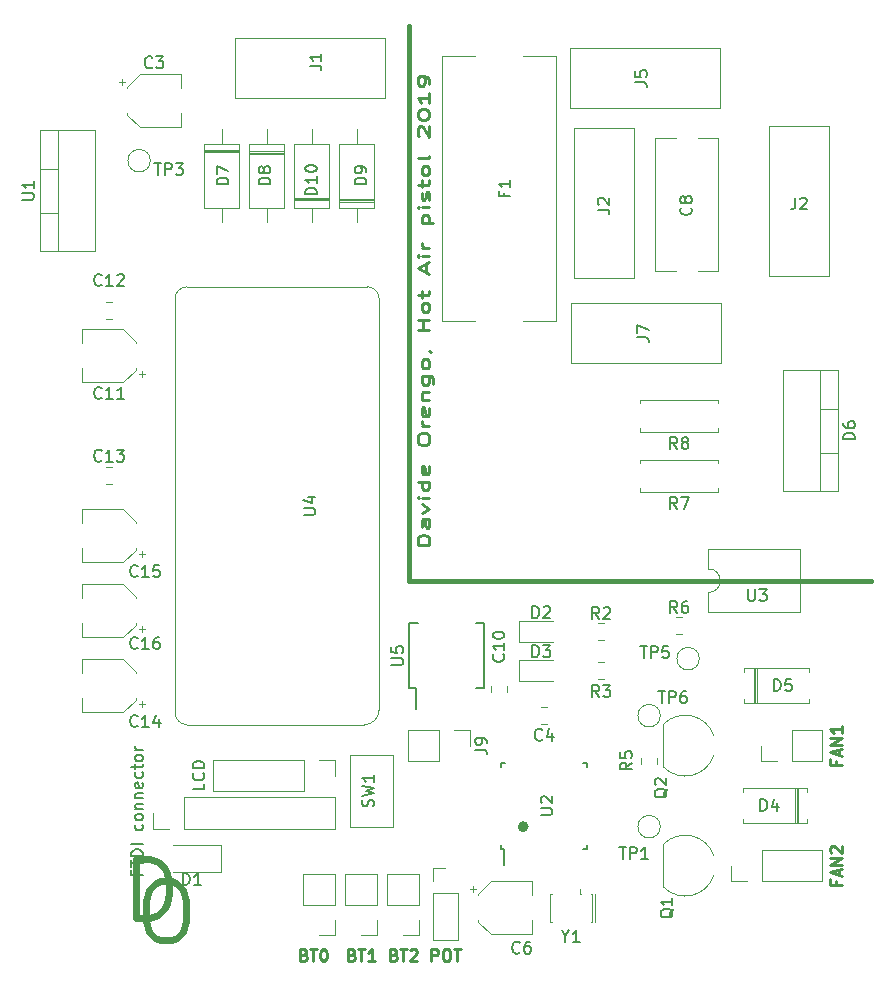
<source format=gbr>
G04 #@! TF.GenerationSoftware,KiCad,Pcbnew,(5.1.5)-3*
G04 #@! TF.CreationDate,2020-05-31T07:49:41+02:00*
G04 #@! TF.ProjectId,hotairpistol,686f7461-6972-4706-9973-746f6c2e6b69,rev?*
G04 #@! TF.SameCoordinates,Original*
G04 #@! TF.FileFunction,Legend,Top*
G04 #@! TF.FilePolarity,Positive*
%FSLAX46Y46*%
G04 Gerber Fmt 4.6, Leading zero omitted, Abs format (unit mm)*
G04 Created by KiCad (PCBNEW (5.1.5)-3) date 2020-05-31 07:49:41*
%MOMM*%
%LPD*%
G04 APERTURE LIST*
%ADD10C,0.250000*%
%ADD11C,0.600000*%
%ADD12C,0.400000*%
%ADD13C,0.120000*%
%ADD14C,0.150000*%
G04 APERTURE END LIST*
D10*
X138406285Y-111688571D02*
X138549142Y-111736190D01*
X138596761Y-111783809D01*
X138644380Y-111879047D01*
X138644380Y-112021904D01*
X138596761Y-112117142D01*
X138549142Y-112164761D01*
X138453904Y-112212380D01*
X138072952Y-112212380D01*
X138072952Y-111212380D01*
X138406285Y-111212380D01*
X138501523Y-111260000D01*
X138549142Y-111307619D01*
X138596761Y-111402857D01*
X138596761Y-111498095D01*
X138549142Y-111593333D01*
X138501523Y-111640952D01*
X138406285Y-111688571D01*
X138072952Y-111688571D01*
X138930095Y-111212380D02*
X139501523Y-111212380D01*
X139215809Y-112212380D02*
X139215809Y-111212380D01*
X140025333Y-111212380D02*
X140120571Y-111212380D01*
X140215809Y-111260000D01*
X140263428Y-111307619D01*
X140311047Y-111402857D01*
X140358666Y-111593333D01*
X140358666Y-111831428D01*
X140311047Y-112021904D01*
X140263428Y-112117142D01*
X140215809Y-112164761D01*
X140120571Y-112212380D01*
X140025333Y-112212380D01*
X139930095Y-112164761D01*
X139882476Y-112117142D01*
X139834857Y-112021904D01*
X139787238Y-111831428D01*
X139787238Y-111593333D01*
X139834857Y-111402857D01*
X139882476Y-111307619D01*
X139930095Y-111260000D01*
X140025333Y-111212380D01*
X183443571Y-95265714D02*
X183443571Y-95599047D01*
X183967380Y-95599047D02*
X182967380Y-95599047D01*
X182967380Y-95122857D01*
X183681666Y-94789523D02*
X183681666Y-94313333D01*
X183967380Y-94884761D02*
X182967380Y-94551428D01*
X183967380Y-94218095D01*
X183967380Y-93884761D02*
X182967380Y-93884761D01*
X183967380Y-93313333D01*
X182967380Y-93313333D01*
X183967380Y-92313333D02*
X183967380Y-92884761D01*
X183967380Y-92599047D02*
X182967380Y-92599047D01*
X183110238Y-92694285D01*
X183205476Y-92789523D01*
X183253095Y-92884761D01*
X183443571Y-105425714D02*
X183443571Y-105759047D01*
X183967380Y-105759047D02*
X182967380Y-105759047D01*
X182967380Y-105282857D01*
X183681666Y-104949523D02*
X183681666Y-104473333D01*
X183967380Y-105044761D02*
X182967380Y-104711428D01*
X183967380Y-104378095D01*
X183967380Y-104044761D02*
X182967380Y-104044761D01*
X183967380Y-103473333D01*
X182967380Y-103473333D01*
X183062619Y-103044761D02*
X183015000Y-102997142D01*
X182967380Y-102901904D01*
X182967380Y-102663809D01*
X183015000Y-102568571D01*
X183062619Y-102520952D01*
X183157857Y-102473333D01*
X183253095Y-102473333D01*
X183395952Y-102520952D01*
X183967380Y-103092380D01*
X183967380Y-102473333D01*
X149201333Y-112212380D02*
X149201333Y-111212380D01*
X149582285Y-111212380D01*
X149677523Y-111260000D01*
X149725142Y-111307619D01*
X149772761Y-111402857D01*
X149772761Y-111545714D01*
X149725142Y-111640952D01*
X149677523Y-111688571D01*
X149582285Y-111736190D01*
X149201333Y-111736190D01*
X150391809Y-111212380D02*
X150582285Y-111212380D01*
X150677523Y-111260000D01*
X150772761Y-111355238D01*
X150820380Y-111545714D01*
X150820380Y-111879047D01*
X150772761Y-112069523D01*
X150677523Y-112164761D01*
X150582285Y-112212380D01*
X150391809Y-112212380D01*
X150296571Y-112164761D01*
X150201333Y-112069523D01*
X150153714Y-111879047D01*
X150153714Y-111545714D01*
X150201333Y-111355238D01*
X150296571Y-111260000D01*
X150391809Y-111212380D01*
X151106095Y-111212380D02*
X151677523Y-111212380D01*
X151391809Y-112212380D02*
X151391809Y-111212380D01*
X146026285Y-111688571D02*
X146169142Y-111736190D01*
X146216761Y-111783809D01*
X146264380Y-111879047D01*
X146264380Y-112021904D01*
X146216761Y-112117142D01*
X146169142Y-112164761D01*
X146073904Y-112212380D01*
X145692952Y-112212380D01*
X145692952Y-111212380D01*
X146026285Y-111212380D01*
X146121523Y-111260000D01*
X146169142Y-111307619D01*
X146216761Y-111402857D01*
X146216761Y-111498095D01*
X146169142Y-111593333D01*
X146121523Y-111640952D01*
X146026285Y-111688571D01*
X145692952Y-111688571D01*
X146550095Y-111212380D02*
X147121523Y-111212380D01*
X146835809Y-112212380D02*
X146835809Y-111212380D01*
X147407238Y-111307619D02*
X147454857Y-111260000D01*
X147550095Y-111212380D01*
X147788190Y-111212380D01*
X147883428Y-111260000D01*
X147931047Y-111307619D01*
X147978666Y-111402857D01*
X147978666Y-111498095D01*
X147931047Y-111640952D01*
X147359619Y-112212380D01*
X147978666Y-112212380D01*
X142470285Y-111688571D02*
X142613142Y-111736190D01*
X142660761Y-111783809D01*
X142708380Y-111879047D01*
X142708380Y-112021904D01*
X142660761Y-112117142D01*
X142613142Y-112164761D01*
X142517904Y-112212380D01*
X142136952Y-112212380D01*
X142136952Y-111212380D01*
X142470285Y-111212380D01*
X142565523Y-111260000D01*
X142613142Y-111307619D01*
X142660761Y-111402857D01*
X142660761Y-111498095D01*
X142613142Y-111593333D01*
X142565523Y-111640952D01*
X142470285Y-111688571D01*
X142136952Y-111688571D01*
X142994095Y-111212380D02*
X143565523Y-111212380D01*
X143279809Y-112212380D02*
X143279809Y-111212380D01*
X144422666Y-112212380D02*
X143851238Y-112212380D01*
X144136952Y-112212380D02*
X144136952Y-111212380D01*
X144041714Y-111355238D01*
X143946476Y-111450476D01*
X143851238Y-111498095D01*
D11*
X124166476Y-108560904D02*
X124166476Y-103560904D01*
X125356952Y-103560904D01*
X126071238Y-103799000D01*
X126547428Y-104275190D01*
X126785523Y-104751380D01*
X127023619Y-105703761D01*
X127023619Y-106418047D01*
X126785523Y-107370428D01*
X126547428Y-107846619D01*
X126071238Y-108322809D01*
X125356952Y-108560904D01*
X124166476Y-108560904D01*
X126269809Y-105465904D02*
X127222190Y-105465904D01*
X127698380Y-105704000D01*
X128174571Y-106180190D01*
X128412666Y-107132571D01*
X128412666Y-108799238D01*
X128174571Y-109751619D01*
X127698380Y-110227809D01*
X127222190Y-110465904D01*
X126269809Y-110465904D01*
X125793619Y-110227809D01*
X125317428Y-109751619D01*
X125079333Y-108799238D01*
X125079333Y-107132571D01*
X125317428Y-106180190D01*
X125793619Y-105704000D01*
X126269809Y-105465904D01*
D10*
X149042380Y-76971428D02*
X148042380Y-76971428D01*
X148042380Y-76614285D01*
X148090000Y-76400000D01*
X148185238Y-76257142D01*
X148280476Y-76185714D01*
X148470952Y-76114285D01*
X148613809Y-76114285D01*
X148804285Y-76185714D01*
X148899523Y-76257142D01*
X148994761Y-76400000D01*
X149042380Y-76614285D01*
X149042380Y-76971428D01*
X149042380Y-74828571D02*
X148518571Y-74828571D01*
X148423333Y-74900000D01*
X148375714Y-75042857D01*
X148375714Y-75328571D01*
X148423333Y-75471428D01*
X148994761Y-74828571D02*
X149042380Y-74971428D01*
X149042380Y-75328571D01*
X148994761Y-75471428D01*
X148899523Y-75542857D01*
X148804285Y-75542857D01*
X148709047Y-75471428D01*
X148661428Y-75328571D01*
X148661428Y-74971428D01*
X148613809Y-74828571D01*
X148375714Y-74257142D02*
X149042380Y-73900000D01*
X148375714Y-73542857D01*
X149042380Y-72971428D02*
X148375714Y-72971428D01*
X148042380Y-72971428D02*
X148090000Y-73042857D01*
X148137619Y-72971428D01*
X148090000Y-72900000D01*
X148042380Y-72971428D01*
X148137619Y-72971428D01*
X149042380Y-71614285D02*
X148042380Y-71614285D01*
X148994761Y-71614285D02*
X149042380Y-71757142D01*
X149042380Y-72042857D01*
X148994761Y-72185714D01*
X148947142Y-72257142D01*
X148851904Y-72328571D01*
X148566190Y-72328571D01*
X148470952Y-72257142D01*
X148423333Y-72185714D01*
X148375714Y-72042857D01*
X148375714Y-71757142D01*
X148423333Y-71614285D01*
X148994761Y-70328571D02*
X149042380Y-70471428D01*
X149042380Y-70757142D01*
X148994761Y-70900000D01*
X148899523Y-70971428D01*
X148518571Y-70971428D01*
X148423333Y-70900000D01*
X148375714Y-70757142D01*
X148375714Y-70471428D01*
X148423333Y-70328571D01*
X148518571Y-70257142D01*
X148613809Y-70257142D01*
X148709047Y-70971428D01*
X148042380Y-68185714D02*
X148042380Y-67900000D01*
X148090000Y-67757142D01*
X148185238Y-67614285D01*
X148375714Y-67542857D01*
X148709047Y-67542857D01*
X148899523Y-67614285D01*
X148994761Y-67757142D01*
X149042380Y-67900000D01*
X149042380Y-68185714D01*
X148994761Y-68328571D01*
X148899523Y-68471428D01*
X148709047Y-68542857D01*
X148375714Y-68542857D01*
X148185238Y-68471428D01*
X148090000Y-68328571D01*
X148042380Y-68185714D01*
X149042380Y-66900000D02*
X148375714Y-66900000D01*
X148566190Y-66900000D02*
X148470952Y-66828571D01*
X148423333Y-66757142D01*
X148375714Y-66614285D01*
X148375714Y-66471428D01*
X148994761Y-65400000D02*
X149042380Y-65542857D01*
X149042380Y-65828571D01*
X148994761Y-65971428D01*
X148899523Y-66042857D01*
X148518571Y-66042857D01*
X148423333Y-65971428D01*
X148375714Y-65828571D01*
X148375714Y-65542857D01*
X148423333Y-65400000D01*
X148518571Y-65328571D01*
X148613809Y-65328571D01*
X148709047Y-66042857D01*
X148375714Y-64685714D02*
X149042380Y-64685714D01*
X148470952Y-64685714D02*
X148423333Y-64614285D01*
X148375714Y-64471428D01*
X148375714Y-64257142D01*
X148423333Y-64114285D01*
X148518571Y-64042857D01*
X149042380Y-64042857D01*
X148375714Y-62685714D02*
X149185238Y-62685714D01*
X149280476Y-62757142D01*
X149328095Y-62828571D01*
X149375714Y-62971428D01*
X149375714Y-63185714D01*
X149328095Y-63328571D01*
X148994761Y-62685714D02*
X149042380Y-62828571D01*
X149042380Y-63114285D01*
X148994761Y-63257142D01*
X148947142Y-63328571D01*
X148851904Y-63400000D01*
X148566190Y-63400000D01*
X148470952Y-63328571D01*
X148423333Y-63257142D01*
X148375714Y-63114285D01*
X148375714Y-62828571D01*
X148423333Y-62685714D01*
X149042380Y-61757142D02*
X148994761Y-61900000D01*
X148947142Y-61971428D01*
X148851904Y-62042857D01*
X148566190Y-62042857D01*
X148470952Y-61971428D01*
X148423333Y-61900000D01*
X148375714Y-61757142D01*
X148375714Y-61542857D01*
X148423333Y-61400000D01*
X148470952Y-61328571D01*
X148566190Y-61257142D01*
X148851904Y-61257142D01*
X148947142Y-61328571D01*
X148994761Y-61400000D01*
X149042380Y-61542857D01*
X149042380Y-61757142D01*
X148994761Y-60542857D02*
X149042380Y-60542857D01*
X149137619Y-60614285D01*
X149185238Y-60685714D01*
X149042380Y-58757142D02*
X148042380Y-58757142D01*
X148518571Y-58757142D02*
X148518571Y-57900000D01*
X149042380Y-57900000D02*
X148042380Y-57900000D01*
X149042380Y-56971428D02*
X148994761Y-57114285D01*
X148947142Y-57185714D01*
X148851904Y-57257142D01*
X148566190Y-57257142D01*
X148470952Y-57185714D01*
X148423333Y-57114285D01*
X148375714Y-56971428D01*
X148375714Y-56757142D01*
X148423333Y-56614285D01*
X148470952Y-56542857D01*
X148566190Y-56471428D01*
X148851904Y-56471428D01*
X148947142Y-56542857D01*
X148994761Y-56614285D01*
X149042380Y-56757142D01*
X149042380Y-56971428D01*
X148375714Y-56042857D02*
X148375714Y-55471428D01*
X148042380Y-55828571D02*
X148899523Y-55828571D01*
X148994761Y-55757142D01*
X149042380Y-55614285D01*
X149042380Y-55471428D01*
X148756666Y-53900000D02*
X148756666Y-53185714D01*
X149042380Y-54042857D02*
X148042380Y-53542857D01*
X149042380Y-53042857D01*
X149042380Y-52542857D02*
X148375714Y-52542857D01*
X148042380Y-52542857D02*
X148090000Y-52614285D01*
X148137619Y-52542857D01*
X148090000Y-52471428D01*
X148042380Y-52542857D01*
X148137619Y-52542857D01*
X149042380Y-51828571D02*
X148375714Y-51828571D01*
X148566190Y-51828571D02*
X148470952Y-51757142D01*
X148423333Y-51685714D01*
X148375714Y-51542857D01*
X148375714Y-51400000D01*
X148375714Y-49757142D02*
X149375714Y-49757142D01*
X148423333Y-49757142D02*
X148375714Y-49614285D01*
X148375714Y-49328571D01*
X148423333Y-49185714D01*
X148470952Y-49114285D01*
X148566190Y-49042857D01*
X148851904Y-49042857D01*
X148947142Y-49114285D01*
X148994761Y-49185714D01*
X149042380Y-49328571D01*
X149042380Y-49614285D01*
X148994761Y-49757142D01*
X149042380Y-48400000D02*
X148375714Y-48400000D01*
X148042380Y-48400000D02*
X148090000Y-48471428D01*
X148137619Y-48400000D01*
X148090000Y-48328571D01*
X148042380Y-48400000D01*
X148137619Y-48400000D01*
X148994761Y-47757142D02*
X149042380Y-47614285D01*
X149042380Y-47328571D01*
X148994761Y-47185714D01*
X148899523Y-47114285D01*
X148851904Y-47114285D01*
X148756666Y-47185714D01*
X148709047Y-47328571D01*
X148709047Y-47542857D01*
X148661428Y-47685714D01*
X148566190Y-47757142D01*
X148518571Y-47757142D01*
X148423333Y-47685714D01*
X148375714Y-47542857D01*
X148375714Y-47328571D01*
X148423333Y-47185714D01*
X148375714Y-46685714D02*
X148375714Y-46114285D01*
X148042380Y-46471428D02*
X148899523Y-46471428D01*
X148994761Y-46400000D01*
X149042380Y-46257142D01*
X149042380Y-46114285D01*
X149042380Y-45400000D02*
X148994761Y-45542857D01*
X148947142Y-45614285D01*
X148851904Y-45685714D01*
X148566190Y-45685714D01*
X148470952Y-45614285D01*
X148423333Y-45542857D01*
X148375714Y-45400000D01*
X148375714Y-45185714D01*
X148423333Y-45042857D01*
X148470952Y-44971428D01*
X148566190Y-44900000D01*
X148851904Y-44900000D01*
X148947142Y-44971428D01*
X148994761Y-45042857D01*
X149042380Y-45185714D01*
X149042380Y-45400000D01*
X149042380Y-44042857D02*
X148994761Y-44185714D01*
X148899523Y-44257142D01*
X148042380Y-44257142D01*
X148137619Y-42400000D02*
X148090000Y-42328571D01*
X148042380Y-42185714D01*
X148042380Y-41828571D01*
X148090000Y-41685714D01*
X148137619Y-41614285D01*
X148232857Y-41542857D01*
X148328095Y-41542857D01*
X148470952Y-41614285D01*
X149042380Y-42471428D01*
X149042380Y-41542857D01*
X148042380Y-40614285D02*
X148042380Y-40471428D01*
X148090000Y-40328571D01*
X148137619Y-40257142D01*
X148232857Y-40185714D01*
X148423333Y-40114285D01*
X148661428Y-40114285D01*
X148851904Y-40185714D01*
X148947142Y-40257142D01*
X148994761Y-40328571D01*
X149042380Y-40471428D01*
X149042380Y-40614285D01*
X148994761Y-40757142D01*
X148947142Y-40828571D01*
X148851904Y-40900000D01*
X148661428Y-40971428D01*
X148423333Y-40971428D01*
X148232857Y-40900000D01*
X148137619Y-40828571D01*
X148090000Y-40757142D01*
X148042380Y-40614285D01*
X149042380Y-38685714D02*
X149042380Y-39542857D01*
X149042380Y-39114285D02*
X148042380Y-39114285D01*
X148185238Y-39257142D01*
X148280476Y-39400000D01*
X148328095Y-39542857D01*
X149042380Y-37971428D02*
X149042380Y-37685714D01*
X148994761Y-37542857D01*
X148947142Y-37471428D01*
X148804285Y-37328571D01*
X148613809Y-37257142D01*
X148232857Y-37257142D01*
X148137619Y-37328571D01*
X148090000Y-37400000D01*
X148042380Y-37542857D01*
X148042380Y-37828571D01*
X148090000Y-37971428D01*
X148137619Y-38042857D01*
X148232857Y-38114285D01*
X148470952Y-38114285D01*
X148566190Y-38042857D01*
X148613809Y-37971428D01*
X148661428Y-37828571D01*
X148661428Y-37542857D01*
X148613809Y-37400000D01*
X148566190Y-37328571D01*
X148470952Y-37257142D01*
D12*
X147320000Y-80010000D02*
X147320000Y-33020000D01*
X186436000Y-80010000D02*
X147320000Y-80010000D01*
D13*
X141030000Y-110042000D02*
X139700000Y-110042000D01*
X141030000Y-108712000D02*
X141030000Y-110042000D01*
X141030000Y-107442000D02*
X138370000Y-107442000D01*
X138370000Y-107442000D02*
X138370000Y-104842000D01*
X141030000Y-107442000D02*
X141030000Y-104842000D01*
X141030000Y-104842000D02*
X138370000Y-104842000D01*
X144345000Y-47680000D02*
X141405000Y-47680000D01*
X144345000Y-47920000D02*
X141405000Y-47920000D01*
X144345000Y-47800000D02*
X141405000Y-47800000D01*
X142875000Y-49660000D02*
X142875000Y-48440000D01*
X142875000Y-41780000D02*
X142875000Y-43000000D01*
X144345000Y-48440000D02*
X144345000Y-43000000D01*
X141405000Y-48440000D02*
X144345000Y-48440000D01*
X141405000Y-43000000D02*
X141405000Y-48440000D01*
X144345000Y-43000000D02*
X141405000Y-43000000D01*
X140535000Y-47580000D02*
X137595000Y-47580000D01*
X140535000Y-47820000D02*
X137595000Y-47820000D01*
X140535000Y-47700000D02*
X137595000Y-47700000D01*
X139065000Y-49660000D02*
X139065000Y-48440000D01*
X139065000Y-41780000D02*
X139065000Y-43000000D01*
X140535000Y-48440000D02*
X140535000Y-43000000D01*
X137595000Y-48440000D02*
X140535000Y-48440000D01*
X137595000Y-43000000D02*
X137595000Y-48440000D01*
X140535000Y-43000000D02*
X137595000Y-43000000D01*
X133785000Y-43910000D02*
X136725000Y-43910000D01*
X133785000Y-43670000D02*
X136725000Y-43670000D01*
X133785000Y-43790000D02*
X136725000Y-43790000D01*
X135255000Y-41780000D02*
X135255000Y-43000000D01*
X135255000Y-49660000D02*
X135255000Y-48440000D01*
X133785000Y-43000000D02*
X133785000Y-48440000D01*
X136725000Y-43000000D02*
X133785000Y-43000000D01*
X136725000Y-48440000D02*
X136725000Y-43000000D01*
X133785000Y-48440000D02*
X136725000Y-48440000D01*
X131445000Y-41780000D02*
X131445000Y-43000000D01*
X131445000Y-49660000D02*
X131445000Y-48440000D01*
X129975000Y-43000000D02*
X129975000Y-48440000D01*
X132915000Y-43000000D02*
X129975000Y-43000000D01*
X132915000Y-48440000D02*
X132915000Y-43000000D01*
X129975000Y-48440000D02*
X132915000Y-48440000D01*
X132895000Y-43550000D02*
X129995000Y-43550000D01*
X129995000Y-43550000D02*
X129995000Y-43750000D01*
X129995000Y-43750000D02*
X132895000Y-43750000D01*
X132895000Y-43750000D02*
X132895000Y-43650000D01*
X132895000Y-43650000D02*
X129995000Y-43650000D01*
X168590000Y-100838000D02*
G75*
G03X168590000Y-100838000I-950000J0D01*
G01*
X168860316Y-95788445D02*
G75*
G03X173138000Y-94760000I1827684J1808445D01*
G01*
X168846259Y-92168125D02*
G75*
G02X173138000Y-93160000I1841741J-1811875D01*
G01*
X168838000Y-92180000D02*
X168838000Y-95780000D01*
X168860316Y-105948445D02*
G75*
G03X173138000Y-104920000I1827684J1808445D01*
G01*
X168846259Y-102328125D02*
G75*
G02X173138000Y-103320000I1841741J-1811875D01*
G01*
X168838000Y-102340000D02*
X168838000Y-105940000D01*
X131365000Y-102370000D02*
X127305000Y-102370000D01*
X131365000Y-104640000D02*
X131365000Y-102370000D01*
X127305000Y-104640000D02*
X131365000Y-104640000D01*
D14*
X147945000Y-89110000D02*
X147945000Y-90860000D01*
X153700000Y-89110000D02*
X153700000Y-83610000D01*
X147290000Y-89110000D02*
X147290000Y-83610000D01*
X153700000Y-89110000D02*
X152950000Y-89110000D01*
X153700000Y-83610000D02*
X152950000Y-83610000D01*
X147290000Y-83610000D02*
X148040000Y-83610000D01*
X147290000Y-89110000D02*
X147945000Y-89110000D01*
D13*
X155650000Y-89415252D02*
X155650000Y-88892748D01*
X154230000Y-89415252D02*
X154230000Y-88892748D01*
X152460000Y-92650000D02*
X152460000Y-93980000D01*
X151130000Y-92650000D02*
X152460000Y-92650000D01*
X149860000Y-92650000D02*
X149860000Y-95310000D01*
X149860000Y-95310000D02*
X147260000Y-95310000D01*
X149860000Y-92650000D02*
X147260000Y-92650000D01*
X147260000Y-92650000D02*
X147260000Y-95310000D01*
X127508000Y-56134000D02*
G75*
G02X128524000Y-55118000I1016000J0D01*
G01*
X143764000Y-55118000D02*
G75*
G02X144780000Y-56134000I0J-1016000D01*
G01*
X136144000Y-92202000D02*
X143510000Y-92202000D01*
X140208000Y-92202000D02*
X132334000Y-92202000D01*
X144780000Y-56134000D02*
X144780000Y-90932000D01*
X132334000Y-55118000D02*
X140208000Y-55118000D01*
X135890000Y-92202000D02*
X128524000Y-92202000D01*
X127508000Y-91186000D02*
X127508000Y-56134000D01*
X128524000Y-55118000D02*
X132334000Y-55118000D01*
X128524000Y-92202000D02*
G75*
G02X127508000Y-91186000I0J1016000D01*
G01*
X143764000Y-55118000D02*
X140208000Y-55118000D01*
X144780000Y-90932000D02*
G75*
G02X143510000Y-92202000I-1270000J0D01*
G01*
X177105000Y-95310000D02*
X177105000Y-93980000D01*
X178435000Y-95310000D02*
X177105000Y-95310000D01*
X179705000Y-95310000D02*
X179705000Y-92650000D01*
X179705000Y-92650000D02*
X182305000Y-92650000D01*
X179705000Y-95310000D02*
X182305000Y-95310000D01*
X182305000Y-95310000D02*
X182305000Y-92650000D01*
X144586000Y-110042000D02*
X143256000Y-110042000D01*
X144586000Y-108712000D02*
X144586000Y-110042000D01*
X144586000Y-107442000D02*
X141926000Y-107442000D01*
X141926000Y-107442000D02*
X141926000Y-104842000D01*
X144586000Y-107442000D02*
X144586000Y-104842000D01*
X144586000Y-104842000D02*
X141926000Y-104842000D01*
X145995000Y-100850000D02*
X142295000Y-100850000D01*
X145995000Y-94730000D02*
X145995000Y-100850000D01*
X142295000Y-94730000D02*
X145995000Y-94730000D01*
X142295000Y-100850000D02*
X142295000Y-94730000D01*
X152698000Y-105886000D02*
X152698000Y-106386000D01*
X152448000Y-106136000D02*
X152948000Y-106136000D01*
X153188000Y-108891563D02*
X154252437Y-109956000D01*
X153188000Y-106500437D02*
X154252437Y-105436000D01*
X153188000Y-106500437D02*
X153188000Y-106636000D01*
X153188000Y-108891563D02*
X153188000Y-108756000D01*
X154252437Y-109956000D02*
X157708000Y-109956000D01*
X154252437Y-105436000D02*
X157708000Y-105436000D01*
X157708000Y-105436000D02*
X157708000Y-106636000D01*
X157708000Y-109956000D02*
X157708000Y-108756000D01*
X159236000Y-108896000D02*
X159386000Y-108896000D01*
X159236000Y-106496000D02*
X159386000Y-106496000D01*
X161786000Y-106496000D02*
X161836000Y-106496000D01*
X162836000Y-106496000D02*
X162686000Y-106496000D01*
X162836000Y-108896000D02*
X162686000Y-108896000D01*
X163036000Y-106896000D02*
X163036000Y-106496000D01*
X162836000Y-106896000D02*
X162836000Y-106496000D01*
X159236000Y-106896000D02*
X159236000Y-106496000D01*
X163036000Y-108896000D02*
X163036000Y-106896000D01*
X161786000Y-106496000D02*
X161786000Y-106096000D01*
X162836000Y-106896000D02*
X162836000Y-108896000D01*
X159236000Y-108896000D02*
X159236000Y-106896000D01*
X163314748Y-88340000D02*
X163837252Y-88340000D01*
X163314748Y-86920000D02*
X163837252Y-86920000D01*
X156611000Y-88540000D02*
X159496000Y-88540000D01*
X156611000Y-86720000D02*
X156611000Y-88540000D01*
X159496000Y-86720000D02*
X156611000Y-86720000D01*
X156611000Y-85238000D02*
X159496000Y-85238000D01*
X156611000Y-83418000D02*
X156611000Y-85238000D01*
X159496000Y-83418000D02*
X156611000Y-83418000D01*
X163837252Y-83618000D02*
X163314748Y-83618000D01*
X163837252Y-85038000D02*
X163314748Y-85038000D01*
X150140000Y-35560000D02*
X152940000Y-35560000D01*
X150140000Y-35560000D02*
X150140000Y-58060000D01*
X159740000Y-35560000D02*
X159740000Y-58060000D01*
X156940000Y-35560000D02*
X159740000Y-35560000D01*
X156940000Y-58060000D02*
X159740000Y-58060000D01*
X150140000Y-58060000D02*
X152940000Y-58060000D01*
X166930000Y-94988748D02*
X166930000Y-95511252D01*
X168350000Y-94988748D02*
X168350000Y-95511252D01*
X122980000Y-37560000D02*
X122980000Y-38060000D01*
X122730000Y-37810000D02*
X123230000Y-37810000D01*
X123470000Y-40565563D02*
X124534437Y-41630000D01*
X123470000Y-38174437D02*
X124534437Y-37110000D01*
X123470000Y-38174437D02*
X123470000Y-38310000D01*
X123470000Y-40565563D02*
X123470000Y-40430000D01*
X124534437Y-41630000D02*
X127990000Y-41630000D01*
X124534437Y-37110000D02*
X127990000Y-37110000D01*
X127990000Y-37110000D02*
X127990000Y-38310000D01*
X127990000Y-41630000D02*
X127990000Y-40430000D01*
X169890000Y-53800000D02*
X168145000Y-53800000D01*
X173485000Y-53800000D02*
X171740000Y-53800000D01*
X169890000Y-42560000D02*
X168145000Y-42560000D01*
X173485000Y-42560000D02*
X171740000Y-42560000D01*
X168145000Y-42560000D02*
X168145000Y-53800000D01*
X173485000Y-42560000D02*
X173485000Y-53800000D01*
X124670000Y-62770000D02*
X124670000Y-62270000D01*
X124920000Y-62520000D02*
X124420000Y-62520000D01*
X124180000Y-59764437D02*
X123115563Y-58700000D01*
X124180000Y-62155563D02*
X123115563Y-63220000D01*
X124180000Y-62155563D02*
X124180000Y-62020000D01*
X124180000Y-59764437D02*
X124180000Y-59900000D01*
X123115563Y-58700000D02*
X119660000Y-58700000D01*
X123115563Y-63220000D02*
X119660000Y-63220000D01*
X119660000Y-63220000D02*
X119660000Y-62020000D01*
X119660000Y-58700000D02*
X119660000Y-59900000D01*
X124670000Y-90710000D02*
X124670000Y-90210000D01*
X124920000Y-90460000D02*
X124420000Y-90460000D01*
X124180000Y-87704437D02*
X123115563Y-86640000D01*
X124180000Y-90095563D02*
X123115563Y-91160000D01*
X124180000Y-90095563D02*
X124180000Y-89960000D01*
X124180000Y-87704437D02*
X124180000Y-87840000D01*
X123115563Y-86640000D02*
X119660000Y-86640000D01*
X123115563Y-91160000D02*
X119660000Y-91160000D01*
X119660000Y-91160000D02*
X119660000Y-89960000D01*
X119660000Y-86640000D02*
X119660000Y-87840000D01*
X124670000Y-78010000D02*
X124670000Y-77510000D01*
X124920000Y-77760000D02*
X124420000Y-77760000D01*
X124180000Y-75004437D02*
X123115563Y-73940000D01*
X124180000Y-77395563D02*
X123115563Y-78460000D01*
X124180000Y-77395563D02*
X124180000Y-77260000D01*
X124180000Y-75004437D02*
X124180000Y-75140000D01*
X123115563Y-73940000D02*
X119660000Y-73940000D01*
X123115563Y-78460000D02*
X119660000Y-78460000D01*
X119660000Y-78460000D02*
X119660000Y-77260000D01*
X119660000Y-73940000D02*
X119660000Y-75140000D01*
X124670000Y-84360000D02*
X124670000Y-83860000D01*
X124920000Y-84110000D02*
X124420000Y-84110000D01*
X124180000Y-81354437D02*
X123115563Y-80290000D01*
X124180000Y-83745563D02*
X123115563Y-84810000D01*
X124180000Y-83745563D02*
X124180000Y-83610000D01*
X124180000Y-81354437D02*
X124180000Y-81490000D01*
X123115563Y-80290000D02*
X119660000Y-80290000D01*
X123115563Y-84810000D02*
X119660000Y-84810000D01*
X119660000Y-84810000D02*
X119660000Y-83610000D01*
X119660000Y-80290000D02*
X119660000Y-81490000D01*
X180248000Y-100530000D02*
X180248000Y-97590000D01*
X180008000Y-100530000D02*
X180008000Y-97590000D01*
X180128000Y-100530000D02*
X180128000Y-97590000D01*
X175588000Y-97590000D02*
X175588000Y-97920000D01*
X181028000Y-97590000D02*
X175588000Y-97590000D01*
X181028000Y-97920000D02*
X181028000Y-97590000D01*
X175588000Y-100530000D02*
X175588000Y-100200000D01*
X181028000Y-100530000D02*
X175588000Y-100530000D01*
X181028000Y-100200000D02*
X181028000Y-100530000D01*
X176495000Y-87430000D02*
X176495000Y-90370000D01*
X176735000Y-87430000D02*
X176735000Y-90370000D01*
X176615000Y-87430000D02*
X176615000Y-90370000D01*
X181155000Y-90370000D02*
X181155000Y-90040000D01*
X175715000Y-90370000D02*
X181155000Y-90370000D01*
X175715000Y-90040000D02*
X175715000Y-90370000D01*
X181155000Y-87430000D02*
X181155000Y-87760000D01*
X175715000Y-87430000D02*
X181155000Y-87430000D01*
X175715000Y-87760000D02*
X175715000Y-87430000D01*
X183610000Y-69161000D02*
X182100000Y-69161000D01*
X183610000Y-65460000D02*
X182100000Y-65460000D01*
X182100000Y-62190000D02*
X182100000Y-72430000D01*
X183610000Y-72430000D02*
X178969000Y-72430000D01*
X183610000Y-62190000D02*
X178969000Y-62190000D01*
X178969000Y-62190000D02*
X178969000Y-72430000D01*
X183610000Y-62190000D02*
X183610000Y-72430000D01*
X174565000Y-105470000D02*
X174565000Y-104140000D01*
X175895000Y-105470000D02*
X174565000Y-105470000D01*
X177165000Y-105470000D02*
X177165000Y-102810000D01*
X177165000Y-102810000D02*
X182305000Y-102810000D01*
X177165000Y-105470000D02*
X182305000Y-105470000D01*
X182305000Y-105470000D02*
X182305000Y-102810000D01*
X141030000Y-95190000D02*
X141030000Y-96520000D01*
X139700000Y-95190000D02*
X141030000Y-95190000D01*
X138430000Y-95190000D02*
X138430000Y-97850000D01*
X138430000Y-97850000D02*
X130750000Y-97850000D01*
X138430000Y-95190000D02*
X130750000Y-95190000D01*
X130750000Y-95190000D02*
X130750000Y-97850000D01*
X170441252Y-83110000D02*
X169918748Y-83110000D01*
X170441252Y-84530000D02*
X169918748Y-84530000D01*
X166910000Y-69750000D02*
X166910000Y-70080000D01*
X173450000Y-69750000D02*
X166910000Y-69750000D01*
X173450000Y-70080000D02*
X173450000Y-69750000D01*
X166910000Y-72490000D02*
X166910000Y-72160000D01*
X173450000Y-72490000D02*
X166910000Y-72490000D01*
X173450000Y-72160000D02*
X173450000Y-72490000D01*
X166910000Y-64670000D02*
X166910000Y-65000000D01*
X173450000Y-64670000D02*
X166910000Y-64670000D01*
X173450000Y-65000000D02*
X173450000Y-64670000D01*
X166910000Y-67410000D02*
X166910000Y-67080000D01*
X173450000Y-67410000D02*
X166910000Y-67410000D01*
X173450000Y-67080000D02*
X173450000Y-67410000D01*
X149308000Y-104350000D02*
X150368000Y-104350000D01*
X149308000Y-105410000D02*
X149308000Y-104350000D01*
X149308000Y-106410000D02*
X151428000Y-106410000D01*
X151428000Y-106410000D02*
X151428000Y-110470000D01*
X149308000Y-106410000D02*
X149308000Y-110470000D01*
X149308000Y-110470000D02*
X151428000Y-110470000D01*
X148142000Y-110042000D02*
X146812000Y-110042000D01*
X148142000Y-108712000D02*
X148142000Y-110042000D01*
X148142000Y-107442000D02*
X145482000Y-107442000D01*
X145482000Y-107442000D02*
X145482000Y-104842000D01*
X148142000Y-107442000D02*
X148142000Y-104842000D01*
X148142000Y-104842000D02*
X145482000Y-104842000D01*
X116110000Y-45139000D02*
X117620000Y-45139000D01*
X116110000Y-48840000D02*
X117620000Y-48840000D01*
X117620000Y-52110000D02*
X117620000Y-41870000D01*
X116110000Y-41870000D02*
X120751000Y-41870000D01*
X116110000Y-52110000D02*
X120751000Y-52110000D01*
X120751000Y-52110000D02*
X120751000Y-41870000D01*
X116110000Y-52110000D02*
X116110000Y-41870000D01*
D12*
X157226000Y-100838000D02*
G75*
G03X157226000Y-100838000I-254000J0D01*
G01*
D14*
X155350000Y-102685000D02*
X155350000Y-104110000D01*
X155125000Y-95435000D02*
X155125000Y-95760000D01*
X162375000Y-95435000D02*
X162375000Y-95760000D01*
X162375000Y-102685000D02*
X162375000Y-102360000D01*
X155125000Y-102685000D02*
X155125000Y-102360000D01*
X162375000Y-102685000D02*
X162050000Y-102685000D01*
X162375000Y-95435000D02*
X162050000Y-95435000D01*
X155125000Y-95435000D02*
X155450000Y-95435000D01*
X155125000Y-102685000D02*
X155350000Y-102685000D01*
D13*
X172660000Y-77360000D02*
X172660000Y-79010000D01*
X180400000Y-77360000D02*
X172660000Y-77360000D01*
X180400000Y-82660000D02*
X180400000Y-77360000D01*
X172660000Y-82660000D02*
X180400000Y-82660000D01*
X172660000Y-81010000D02*
X172660000Y-82660000D01*
X172660000Y-79010000D02*
G75*
G02X172660000Y-81010000I0J-1000000D01*
G01*
X125410000Y-44450000D02*
G75*
G03X125410000Y-44450000I-950000J0D01*
G01*
X171892000Y-86614000D02*
G75*
G03X171892000Y-86614000I-950000J0D01*
G01*
X168590000Y-91440000D02*
G75*
G03X168590000Y-91440000I-950000J0D01*
G01*
X177800000Y-54229000D02*
X182880000Y-54229000D01*
X177800000Y-41529000D02*
X177800000Y-53721000D01*
X182880000Y-54229000D02*
X182880000Y-41529000D01*
X182880000Y-41529000D02*
X177800000Y-41529000D01*
X177800000Y-53721000D02*
X177800000Y-54229000D01*
X173609000Y-40005000D02*
X173609000Y-34925000D01*
X160909000Y-40005000D02*
X173101000Y-40005000D01*
X173609000Y-34925000D02*
X160909000Y-34925000D01*
X160909000Y-34925000D02*
X160909000Y-40005000D01*
X173101000Y-40005000D02*
X173609000Y-40005000D01*
X161036000Y-56515000D02*
X161036000Y-61595000D01*
X173736000Y-56515000D02*
X161544000Y-56515000D01*
X161036000Y-61595000D02*
X173736000Y-61595000D01*
X173736000Y-61595000D02*
X173736000Y-56515000D01*
X161544000Y-56515000D02*
X161036000Y-56515000D01*
X166370000Y-41656000D02*
X161290000Y-41656000D01*
X166370000Y-54356000D02*
X166370000Y-42164000D01*
X161290000Y-41656000D02*
X161290000Y-54356000D01*
X161290000Y-54356000D02*
X166370000Y-54356000D01*
X166370000Y-42164000D02*
X166370000Y-41656000D01*
X125670000Y-101025000D02*
X125670000Y-99695000D01*
X127000000Y-101025000D02*
X125670000Y-101025000D01*
X128270000Y-101025000D02*
X128270000Y-98365000D01*
X128270000Y-98365000D02*
X141030000Y-98365000D01*
X128270000Y-101025000D02*
X141030000Y-101025000D01*
X141030000Y-101025000D02*
X141030000Y-98365000D01*
X145288000Y-39116000D02*
X145288000Y-34036000D01*
X132588000Y-39116000D02*
X144780000Y-39116000D01*
X145288000Y-34036000D02*
X132588000Y-34036000D01*
X132588000Y-34036000D02*
X132588000Y-39116000D01*
X144780000Y-39116000D02*
X145288000Y-39116000D01*
X159011252Y-90730000D02*
X158488748Y-90730000D01*
X159011252Y-92150000D02*
X158488748Y-92150000D01*
X122181252Y-56440000D02*
X121658748Y-56440000D01*
X122181252Y-57860000D02*
X121658748Y-57860000D01*
X121658748Y-71830000D02*
X122181252Y-71830000D01*
X121658748Y-70410000D02*
X122181252Y-70410000D01*
D14*
X143708380Y-46458095D02*
X142708380Y-46458095D01*
X142708380Y-46220000D01*
X142756000Y-46077142D01*
X142851238Y-45981904D01*
X142946476Y-45934285D01*
X143136952Y-45886666D01*
X143279809Y-45886666D01*
X143470285Y-45934285D01*
X143565523Y-45981904D01*
X143660761Y-46077142D01*
X143708380Y-46220000D01*
X143708380Y-46458095D01*
X143708380Y-45410476D02*
X143708380Y-45220000D01*
X143660761Y-45124761D01*
X143613142Y-45077142D01*
X143470285Y-44981904D01*
X143279809Y-44934285D01*
X142898857Y-44934285D01*
X142803619Y-44981904D01*
X142756000Y-45029523D01*
X142708380Y-45124761D01*
X142708380Y-45315238D01*
X142756000Y-45410476D01*
X142803619Y-45458095D01*
X142898857Y-45505714D01*
X143136952Y-45505714D01*
X143232190Y-45458095D01*
X143279809Y-45410476D01*
X143327428Y-45315238D01*
X143327428Y-45124761D01*
X143279809Y-45029523D01*
X143232190Y-44981904D01*
X143136952Y-44934285D01*
X139517380Y-47304285D02*
X138517380Y-47304285D01*
X138517380Y-47066190D01*
X138565000Y-46923333D01*
X138660238Y-46828095D01*
X138755476Y-46780476D01*
X138945952Y-46732857D01*
X139088809Y-46732857D01*
X139279285Y-46780476D01*
X139374523Y-46828095D01*
X139469761Y-46923333D01*
X139517380Y-47066190D01*
X139517380Y-47304285D01*
X139517380Y-45780476D02*
X139517380Y-46351904D01*
X139517380Y-46066190D02*
X138517380Y-46066190D01*
X138660238Y-46161428D01*
X138755476Y-46256666D01*
X138803095Y-46351904D01*
X138517380Y-45161428D02*
X138517380Y-45066190D01*
X138565000Y-44970952D01*
X138612619Y-44923333D01*
X138707857Y-44875714D01*
X138898333Y-44828095D01*
X139136428Y-44828095D01*
X139326904Y-44875714D01*
X139422142Y-44923333D01*
X139469761Y-44970952D01*
X139517380Y-45066190D01*
X139517380Y-45161428D01*
X139469761Y-45256666D01*
X139422142Y-45304285D01*
X139326904Y-45351904D01*
X139136428Y-45399523D01*
X138898333Y-45399523D01*
X138707857Y-45351904D01*
X138612619Y-45304285D01*
X138565000Y-45256666D01*
X138517380Y-45161428D01*
X135580380Y-46458095D02*
X134580380Y-46458095D01*
X134580380Y-46220000D01*
X134628000Y-46077142D01*
X134723238Y-45981904D01*
X134818476Y-45934285D01*
X135008952Y-45886666D01*
X135151809Y-45886666D01*
X135342285Y-45934285D01*
X135437523Y-45981904D01*
X135532761Y-46077142D01*
X135580380Y-46220000D01*
X135580380Y-46458095D01*
X135008952Y-45315238D02*
X134961333Y-45410476D01*
X134913714Y-45458095D01*
X134818476Y-45505714D01*
X134770857Y-45505714D01*
X134675619Y-45458095D01*
X134628000Y-45410476D01*
X134580380Y-45315238D01*
X134580380Y-45124761D01*
X134628000Y-45029523D01*
X134675619Y-44981904D01*
X134770857Y-44934285D01*
X134818476Y-44934285D01*
X134913714Y-44981904D01*
X134961333Y-45029523D01*
X135008952Y-45124761D01*
X135008952Y-45315238D01*
X135056571Y-45410476D01*
X135104190Y-45458095D01*
X135199428Y-45505714D01*
X135389904Y-45505714D01*
X135485142Y-45458095D01*
X135532761Y-45410476D01*
X135580380Y-45315238D01*
X135580380Y-45124761D01*
X135532761Y-45029523D01*
X135485142Y-44981904D01*
X135389904Y-44934285D01*
X135199428Y-44934285D01*
X135104190Y-44981904D01*
X135056571Y-45029523D01*
X135008952Y-45124761D01*
X132024380Y-46458095D02*
X131024380Y-46458095D01*
X131024380Y-46220000D01*
X131072000Y-46077142D01*
X131167238Y-45981904D01*
X131262476Y-45934285D01*
X131452952Y-45886666D01*
X131595809Y-45886666D01*
X131786285Y-45934285D01*
X131881523Y-45981904D01*
X131976761Y-46077142D01*
X132024380Y-46220000D01*
X132024380Y-46458095D01*
X131024380Y-45553333D02*
X131024380Y-44886666D01*
X132024380Y-45315238D01*
X165108095Y-102576380D02*
X165679523Y-102576380D01*
X165393809Y-103576380D02*
X165393809Y-102576380D01*
X166012857Y-103576380D02*
X166012857Y-102576380D01*
X166393809Y-102576380D01*
X166489047Y-102624000D01*
X166536666Y-102671619D01*
X166584285Y-102766857D01*
X166584285Y-102909714D01*
X166536666Y-103004952D01*
X166489047Y-103052571D01*
X166393809Y-103100190D01*
X166012857Y-103100190D01*
X167536666Y-103576380D02*
X166965238Y-103576380D01*
X167250952Y-103576380D02*
X167250952Y-102576380D01*
X167155714Y-102719238D01*
X167060476Y-102814476D01*
X166965238Y-102862095D01*
X169203619Y-97631238D02*
X169156000Y-97726476D01*
X169060761Y-97821714D01*
X168917904Y-97964571D01*
X168870285Y-98059809D01*
X168870285Y-98155047D01*
X169108380Y-98107428D02*
X169060761Y-98202666D01*
X168965523Y-98297904D01*
X168775047Y-98345523D01*
X168441714Y-98345523D01*
X168251238Y-98297904D01*
X168156000Y-98202666D01*
X168108380Y-98107428D01*
X168108380Y-97916952D01*
X168156000Y-97821714D01*
X168251238Y-97726476D01*
X168441714Y-97678857D01*
X168775047Y-97678857D01*
X168965523Y-97726476D01*
X169060761Y-97821714D01*
X169108380Y-97916952D01*
X169108380Y-98107428D01*
X168203619Y-97297904D02*
X168156000Y-97250285D01*
X168108380Y-97155047D01*
X168108380Y-96916952D01*
X168156000Y-96821714D01*
X168203619Y-96774095D01*
X168298857Y-96726476D01*
X168394095Y-96726476D01*
X168536952Y-96774095D01*
X169108380Y-97345523D01*
X169108380Y-96726476D01*
X169711619Y-107791238D02*
X169664000Y-107886476D01*
X169568761Y-107981714D01*
X169425904Y-108124571D01*
X169378285Y-108219809D01*
X169378285Y-108315047D01*
X169616380Y-108267428D02*
X169568761Y-108362666D01*
X169473523Y-108457904D01*
X169283047Y-108505523D01*
X168949714Y-108505523D01*
X168759238Y-108457904D01*
X168664000Y-108362666D01*
X168616380Y-108267428D01*
X168616380Y-108076952D01*
X168664000Y-107981714D01*
X168759238Y-107886476D01*
X168949714Y-107838857D01*
X169283047Y-107838857D01*
X169473523Y-107886476D01*
X169568761Y-107981714D01*
X169616380Y-108076952D01*
X169616380Y-108267428D01*
X169616380Y-106886476D02*
X169616380Y-107457904D01*
X169616380Y-107172190D02*
X168616380Y-107172190D01*
X168759238Y-107267428D01*
X168854476Y-107362666D01*
X168902095Y-107457904D01*
X128166904Y-105777380D02*
X128166904Y-104777380D01*
X128405000Y-104777380D01*
X128547857Y-104825000D01*
X128643095Y-104920238D01*
X128690714Y-105015476D01*
X128738333Y-105205952D01*
X128738333Y-105348809D01*
X128690714Y-105539285D01*
X128643095Y-105634523D01*
X128547857Y-105729761D01*
X128405000Y-105777380D01*
X128166904Y-105777380D01*
X129690714Y-105777380D02*
X129119285Y-105777380D01*
X129405000Y-105777380D02*
X129405000Y-104777380D01*
X129309761Y-104920238D01*
X129214523Y-105015476D01*
X129119285Y-105063095D01*
X145817380Y-87121904D02*
X146626904Y-87121904D01*
X146722142Y-87074285D01*
X146769761Y-87026666D01*
X146817380Y-86931428D01*
X146817380Y-86740952D01*
X146769761Y-86645714D01*
X146722142Y-86598095D01*
X146626904Y-86550476D01*
X145817380Y-86550476D01*
X145817380Y-85598095D02*
X145817380Y-86074285D01*
X146293571Y-86121904D01*
X146245952Y-86074285D01*
X146198333Y-85979047D01*
X146198333Y-85740952D01*
X146245952Y-85645714D01*
X146293571Y-85598095D01*
X146388809Y-85550476D01*
X146626904Y-85550476D01*
X146722142Y-85598095D01*
X146769761Y-85645714D01*
X146817380Y-85740952D01*
X146817380Y-85979047D01*
X146769761Y-86074285D01*
X146722142Y-86121904D01*
X155297142Y-86240857D02*
X155344761Y-86288476D01*
X155392380Y-86431333D01*
X155392380Y-86526571D01*
X155344761Y-86669428D01*
X155249523Y-86764666D01*
X155154285Y-86812285D01*
X154963809Y-86859904D01*
X154820952Y-86859904D01*
X154630476Y-86812285D01*
X154535238Y-86764666D01*
X154440000Y-86669428D01*
X154392380Y-86526571D01*
X154392380Y-86431333D01*
X154440000Y-86288476D01*
X154487619Y-86240857D01*
X155392380Y-85288476D02*
X155392380Y-85859904D01*
X155392380Y-85574190D02*
X154392380Y-85574190D01*
X154535238Y-85669428D01*
X154630476Y-85764666D01*
X154678095Y-85859904D01*
X154392380Y-84669428D02*
X154392380Y-84574190D01*
X154440000Y-84478952D01*
X154487619Y-84431333D01*
X154582857Y-84383714D01*
X154773333Y-84336095D01*
X155011428Y-84336095D01*
X155201904Y-84383714D01*
X155297142Y-84431333D01*
X155344761Y-84478952D01*
X155392380Y-84574190D01*
X155392380Y-84669428D01*
X155344761Y-84764666D01*
X155297142Y-84812285D01*
X155201904Y-84859904D01*
X155011428Y-84907523D01*
X154773333Y-84907523D01*
X154582857Y-84859904D01*
X154487619Y-84812285D01*
X154440000Y-84764666D01*
X154392380Y-84669428D01*
X152912380Y-94313333D02*
X153626666Y-94313333D01*
X153769523Y-94360952D01*
X153864761Y-94456190D01*
X153912380Y-94599047D01*
X153912380Y-94694285D01*
X153912380Y-93789523D02*
X153912380Y-93599047D01*
X153864761Y-93503809D01*
X153817142Y-93456190D01*
X153674285Y-93360952D01*
X153483809Y-93313333D01*
X153102857Y-93313333D01*
X153007619Y-93360952D01*
X152960000Y-93408571D01*
X152912380Y-93503809D01*
X152912380Y-93694285D01*
X152960000Y-93789523D01*
X153007619Y-93837142D01*
X153102857Y-93884761D01*
X153340952Y-93884761D01*
X153436190Y-93837142D01*
X153483809Y-93789523D01*
X153531428Y-93694285D01*
X153531428Y-93503809D01*
X153483809Y-93408571D01*
X153436190Y-93360952D01*
X153340952Y-93313333D01*
X138390380Y-74421904D02*
X139199904Y-74421904D01*
X139295142Y-74374285D01*
X139342761Y-74326666D01*
X139390380Y-74231428D01*
X139390380Y-74040952D01*
X139342761Y-73945714D01*
X139295142Y-73898095D01*
X139199904Y-73850476D01*
X138390380Y-73850476D01*
X138723714Y-72945714D02*
X139390380Y-72945714D01*
X138342761Y-73183809D02*
X139057047Y-73421904D01*
X139057047Y-72802857D01*
X138390380Y-74421904D02*
X139199904Y-74421904D01*
X139295142Y-74374285D01*
X139342761Y-74326666D01*
X139390380Y-74231428D01*
X139390380Y-74040952D01*
X139342761Y-73945714D01*
X139295142Y-73898095D01*
X139199904Y-73850476D01*
X138390380Y-73850476D01*
X138723714Y-72945714D02*
X139390380Y-72945714D01*
X138342761Y-73183809D02*
X139057047Y-73421904D01*
X139057047Y-72802857D01*
X144295761Y-99123333D02*
X144343380Y-98980476D01*
X144343380Y-98742380D01*
X144295761Y-98647142D01*
X144248142Y-98599523D01*
X144152904Y-98551904D01*
X144057666Y-98551904D01*
X143962428Y-98599523D01*
X143914809Y-98647142D01*
X143867190Y-98742380D01*
X143819571Y-98932857D01*
X143771952Y-99028095D01*
X143724333Y-99075714D01*
X143629095Y-99123333D01*
X143533857Y-99123333D01*
X143438619Y-99075714D01*
X143391000Y-99028095D01*
X143343380Y-98932857D01*
X143343380Y-98694761D01*
X143391000Y-98551904D01*
X143343380Y-98218571D02*
X144343380Y-97980476D01*
X143629095Y-97790000D01*
X144343380Y-97599523D01*
X143343380Y-97361428D01*
X144343380Y-96456666D02*
X144343380Y-97028095D01*
X144343380Y-96742380D02*
X143343380Y-96742380D01*
X143486238Y-96837619D01*
X143581476Y-96932857D01*
X143629095Y-97028095D01*
X156678333Y-111482142D02*
X156630714Y-111529761D01*
X156487857Y-111577380D01*
X156392619Y-111577380D01*
X156249761Y-111529761D01*
X156154523Y-111434523D01*
X156106904Y-111339285D01*
X156059285Y-111148809D01*
X156059285Y-111005952D01*
X156106904Y-110815476D01*
X156154523Y-110720238D01*
X156249761Y-110625000D01*
X156392619Y-110577380D01*
X156487857Y-110577380D01*
X156630714Y-110625000D01*
X156678333Y-110672619D01*
X157535476Y-110577380D02*
X157345000Y-110577380D01*
X157249761Y-110625000D01*
X157202142Y-110672619D01*
X157106904Y-110815476D01*
X157059285Y-111005952D01*
X157059285Y-111386904D01*
X157106904Y-111482142D01*
X157154523Y-111529761D01*
X157249761Y-111577380D01*
X157440238Y-111577380D01*
X157535476Y-111529761D01*
X157583095Y-111482142D01*
X157630714Y-111386904D01*
X157630714Y-111148809D01*
X157583095Y-111053571D01*
X157535476Y-111005952D01*
X157440238Y-110958333D01*
X157249761Y-110958333D01*
X157154523Y-111005952D01*
X157106904Y-111053571D01*
X157059285Y-111148809D01*
X160559809Y-110122190D02*
X160559809Y-110598380D01*
X160226476Y-109598380D02*
X160559809Y-110122190D01*
X160893142Y-109598380D01*
X161750285Y-110598380D02*
X161178857Y-110598380D01*
X161464571Y-110598380D02*
X161464571Y-109598380D01*
X161369333Y-109741238D01*
X161274095Y-109836476D01*
X161178857Y-109884095D01*
X163409333Y-89860380D02*
X163076000Y-89384190D01*
X162837904Y-89860380D02*
X162837904Y-88860380D01*
X163218857Y-88860380D01*
X163314095Y-88908000D01*
X163361714Y-88955619D01*
X163409333Y-89050857D01*
X163409333Y-89193714D01*
X163361714Y-89288952D01*
X163314095Y-89336571D01*
X163218857Y-89384190D01*
X162837904Y-89384190D01*
X163742666Y-88860380D02*
X164361714Y-88860380D01*
X164028380Y-89241333D01*
X164171238Y-89241333D01*
X164266476Y-89288952D01*
X164314095Y-89336571D01*
X164361714Y-89431809D01*
X164361714Y-89669904D01*
X164314095Y-89765142D01*
X164266476Y-89812761D01*
X164171238Y-89860380D01*
X163885523Y-89860380D01*
X163790285Y-89812761D01*
X163742666Y-89765142D01*
X157757904Y-86482380D02*
X157757904Y-85482380D01*
X157996000Y-85482380D01*
X158138857Y-85530000D01*
X158234095Y-85625238D01*
X158281714Y-85720476D01*
X158329333Y-85910952D01*
X158329333Y-86053809D01*
X158281714Y-86244285D01*
X158234095Y-86339523D01*
X158138857Y-86434761D01*
X157996000Y-86482380D01*
X157757904Y-86482380D01*
X158662666Y-85482380D02*
X159281714Y-85482380D01*
X158948380Y-85863333D01*
X159091238Y-85863333D01*
X159186476Y-85910952D01*
X159234095Y-85958571D01*
X159281714Y-86053809D01*
X159281714Y-86291904D01*
X159234095Y-86387142D01*
X159186476Y-86434761D01*
X159091238Y-86482380D01*
X158805523Y-86482380D01*
X158710285Y-86434761D01*
X158662666Y-86387142D01*
X157757904Y-83180380D02*
X157757904Y-82180380D01*
X157996000Y-82180380D01*
X158138857Y-82228000D01*
X158234095Y-82323238D01*
X158281714Y-82418476D01*
X158329333Y-82608952D01*
X158329333Y-82751809D01*
X158281714Y-82942285D01*
X158234095Y-83037523D01*
X158138857Y-83132761D01*
X157996000Y-83180380D01*
X157757904Y-83180380D01*
X158710285Y-82275619D02*
X158757904Y-82228000D01*
X158853142Y-82180380D01*
X159091238Y-82180380D01*
X159186476Y-82228000D01*
X159234095Y-82275619D01*
X159281714Y-82370857D01*
X159281714Y-82466095D01*
X159234095Y-82608952D01*
X158662666Y-83180380D01*
X159281714Y-83180380D01*
X163409333Y-83256380D02*
X163076000Y-82780190D01*
X162837904Y-83256380D02*
X162837904Y-82256380D01*
X163218857Y-82256380D01*
X163314095Y-82304000D01*
X163361714Y-82351619D01*
X163409333Y-82446857D01*
X163409333Y-82589714D01*
X163361714Y-82684952D01*
X163314095Y-82732571D01*
X163218857Y-82780190D01*
X162837904Y-82780190D01*
X163790285Y-82351619D02*
X163837904Y-82304000D01*
X163933142Y-82256380D01*
X164171238Y-82256380D01*
X164266476Y-82304000D01*
X164314095Y-82351619D01*
X164361714Y-82446857D01*
X164361714Y-82542095D01*
X164314095Y-82684952D01*
X163742666Y-83256380D01*
X164361714Y-83256380D01*
X155376571Y-47143333D02*
X155376571Y-47476666D01*
X155900380Y-47476666D02*
X154900380Y-47476666D01*
X154900380Y-47000476D01*
X155900380Y-46095714D02*
X155900380Y-46667142D01*
X155900380Y-46381428D02*
X154900380Y-46381428D01*
X155043238Y-46476666D01*
X155138476Y-46571904D01*
X155186095Y-46667142D01*
X166187380Y-95416666D02*
X165711190Y-95750000D01*
X166187380Y-95988095D02*
X165187380Y-95988095D01*
X165187380Y-95607142D01*
X165235000Y-95511904D01*
X165282619Y-95464285D01*
X165377857Y-95416666D01*
X165520714Y-95416666D01*
X165615952Y-95464285D01*
X165663571Y-95511904D01*
X165711190Y-95607142D01*
X165711190Y-95988095D01*
X165187380Y-94511904D02*
X165187380Y-94988095D01*
X165663571Y-95035714D01*
X165615952Y-94988095D01*
X165568333Y-94892857D01*
X165568333Y-94654761D01*
X165615952Y-94559523D01*
X165663571Y-94511904D01*
X165758809Y-94464285D01*
X165996904Y-94464285D01*
X166092142Y-94511904D01*
X166139761Y-94559523D01*
X166187380Y-94654761D01*
X166187380Y-94892857D01*
X166139761Y-94988095D01*
X166092142Y-95035714D01*
X125563333Y-36527142D02*
X125515714Y-36574761D01*
X125372857Y-36622380D01*
X125277619Y-36622380D01*
X125134761Y-36574761D01*
X125039523Y-36479523D01*
X124991904Y-36384285D01*
X124944285Y-36193809D01*
X124944285Y-36050952D01*
X124991904Y-35860476D01*
X125039523Y-35765238D01*
X125134761Y-35670000D01*
X125277619Y-35622380D01*
X125372857Y-35622380D01*
X125515714Y-35670000D01*
X125563333Y-35717619D01*
X125896666Y-35622380D02*
X126515714Y-35622380D01*
X126182380Y-36003333D01*
X126325238Y-36003333D01*
X126420476Y-36050952D01*
X126468095Y-36098571D01*
X126515714Y-36193809D01*
X126515714Y-36431904D01*
X126468095Y-36527142D01*
X126420476Y-36574761D01*
X126325238Y-36622380D01*
X126039523Y-36622380D01*
X125944285Y-36574761D01*
X125896666Y-36527142D01*
X171172142Y-48426666D02*
X171219761Y-48474285D01*
X171267380Y-48617142D01*
X171267380Y-48712380D01*
X171219761Y-48855238D01*
X171124523Y-48950476D01*
X171029285Y-48998095D01*
X170838809Y-49045714D01*
X170695952Y-49045714D01*
X170505476Y-48998095D01*
X170410238Y-48950476D01*
X170315000Y-48855238D01*
X170267380Y-48712380D01*
X170267380Y-48617142D01*
X170315000Y-48474285D01*
X170362619Y-48426666D01*
X170695952Y-47855238D02*
X170648333Y-47950476D01*
X170600714Y-47998095D01*
X170505476Y-48045714D01*
X170457857Y-48045714D01*
X170362619Y-47998095D01*
X170315000Y-47950476D01*
X170267380Y-47855238D01*
X170267380Y-47664761D01*
X170315000Y-47569523D01*
X170362619Y-47521904D01*
X170457857Y-47474285D01*
X170505476Y-47474285D01*
X170600714Y-47521904D01*
X170648333Y-47569523D01*
X170695952Y-47664761D01*
X170695952Y-47855238D01*
X170743571Y-47950476D01*
X170791190Y-47998095D01*
X170886428Y-48045714D01*
X171076904Y-48045714D01*
X171172142Y-47998095D01*
X171219761Y-47950476D01*
X171267380Y-47855238D01*
X171267380Y-47664761D01*
X171219761Y-47569523D01*
X171172142Y-47521904D01*
X171076904Y-47474285D01*
X170886428Y-47474285D01*
X170791190Y-47521904D01*
X170743571Y-47569523D01*
X170695952Y-47664761D01*
X121277142Y-64517142D02*
X121229523Y-64564761D01*
X121086666Y-64612380D01*
X120991428Y-64612380D01*
X120848571Y-64564761D01*
X120753333Y-64469523D01*
X120705714Y-64374285D01*
X120658095Y-64183809D01*
X120658095Y-64040952D01*
X120705714Y-63850476D01*
X120753333Y-63755238D01*
X120848571Y-63660000D01*
X120991428Y-63612380D01*
X121086666Y-63612380D01*
X121229523Y-63660000D01*
X121277142Y-63707619D01*
X122229523Y-64612380D02*
X121658095Y-64612380D01*
X121943809Y-64612380D02*
X121943809Y-63612380D01*
X121848571Y-63755238D01*
X121753333Y-63850476D01*
X121658095Y-63898095D01*
X123181904Y-64612380D02*
X122610476Y-64612380D01*
X122896190Y-64612380D02*
X122896190Y-63612380D01*
X122800952Y-63755238D01*
X122705714Y-63850476D01*
X122610476Y-63898095D01*
X124325142Y-92305142D02*
X124277523Y-92352761D01*
X124134666Y-92400380D01*
X124039428Y-92400380D01*
X123896571Y-92352761D01*
X123801333Y-92257523D01*
X123753714Y-92162285D01*
X123706095Y-91971809D01*
X123706095Y-91828952D01*
X123753714Y-91638476D01*
X123801333Y-91543238D01*
X123896571Y-91448000D01*
X124039428Y-91400380D01*
X124134666Y-91400380D01*
X124277523Y-91448000D01*
X124325142Y-91495619D01*
X125277523Y-92400380D02*
X124706095Y-92400380D01*
X124991809Y-92400380D02*
X124991809Y-91400380D01*
X124896571Y-91543238D01*
X124801333Y-91638476D01*
X124706095Y-91686095D01*
X126134666Y-91733714D02*
X126134666Y-92400380D01*
X125896571Y-91352761D02*
X125658476Y-92067047D01*
X126277523Y-92067047D01*
X124325142Y-79605142D02*
X124277523Y-79652761D01*
X124134666Y-79700380D01*
X124039428Y-79700380D01*
X123896571Y-79652761D01*
X123801333Y-79557523D01*
X123753714Y-79462285D01*
X123706095Y-79271809D01*
X123706095Y-79128952D01*
X123753714Y-78938476D01*
X123801333Y-78843238D01*
X123896571Y-78748000D01*
X124039428Y-78700380D01*
X124134666Y-78700380D01*
X124277523Y-78748000D01*
X124325142Y-78795619D01*
X125277523Y-79700380D02*
X124706095Y-79700380D01*
X124991809Y-79700380D02*
X124991809Y-78700380D01*
X124896571Y-78843238D01*
X124801333Y-78938476D01*
X124706095Y-78986095D01*
X126182285Y-78700380D02*
X125706095Y-78700380D01*
X125658476Y-79176571D01*
X125706095Y-79128952D01*
X125801333Y-79081333D01*
X126039428Y-79081333D01*
X126134666Y-79128952D01*
X126182285Y-79176571D01*
X126229904Y-79271809D01*
X126229904Y-79509904D01*
X126182285Y-79605142D01*
X126134666Y-79652761D01*
X126039428Y-79700380D01*
X125801333Y-79700380D01*
X125706095Y-79652761D01*
X125658476Y-79605142D01*
X124325142Y-85701142D02*
X124277523Y-85748761D01*
X124134666Y-85796380D01*
X124039428Y-85796380D01*
X123896571Y-85748761D01*
X123801333Y-85653523D01*
X123753714Y-85558285D01*
X123706095Y-85367809D01*
X123706095Y-85224952D01*
X123753714Y-85034476D01*
X123801333Y-84939238D01*
X123896571Y-84844000D01*
X124039428Y-84796380D01*
X124134666Y-84796380D01*
X124277523Y-84844000D01*
X124325142Y-84891619D01*
X125277523Y-85796380D02*
X124706095Y-85796380D01*
X124991809Y-85796380D02*
X124991809Y-84796380D01*
X124896571Y-84939238D01*
X124801333Y-85034476D01*
X124706095Y-85082095D01*
X126134666Y-84796380D02*
X125944190Y-84796380D01*
X125848952Y-84844000D01*
X125801333Y-84891619D01*
X125706095Y-85034476D01*
X125658476Y-85224952D01*
X125658476Y-85605904D01*
X125706095Y-85701142D01*
X125753714Y-85748761D01*
X125848952Y-85796380D01*
X126039428Y-85796380D01*
X126134666Y-85748761D01*
X126182285Y-85701142D01*
X126229904Y-85605904D01*
X126229904Y-85367809D01*
X126182285Y-85272571D01*
X126134666Y-85224952D01*
X126039428Y-85177333D01*
X125848952Y-85177333D01*
X125753714Y-85224952D01*
X125706095Y-85272571D01*
X125658476Y-85367809D01*
X177061904Y-99512380D02*
X177061904Y-98512380D01*
X177300000Y-98512380D01*
X177442857Y-98560000D01*
X177538095Y-98655238D01*
X177585714Y-98750476D01*
X177633333Y-98940952D01*
X177633333Y-99083809D01*
X177585714Y-99274285D01*
X177538095Y-99369523D01*
X177442857Y-99464761D01*
X177300000Y-99512380D01*
X177061904Y-99512380D01*
X178490476Y-98845714D02*
X178490476Y-99512380D01*
X178252380Y-98464761D02*
X178014285Y-99179047D01*
X178633333Y-99179047D01*
X178204904Y-89352380D02*
X178204904Y-88352380D01*
X178443000Y-88352380D01*
X178585857Y-88400000D01*
X178681095Y-88495238D01*
X178728714Y-88590476D01*
X178776333Y-88780952D01*
X178776333Y-88923809D01*
X178728714Y-89114285D01*
X178681095Y-89209523D01*
X178585857Y-89304761D01*
X178443000Y-89352380D01*
X178204904Y-89352380D01*
X179681095Y-88352380D02*
X179204904Y-88352380D01*
X179157285Y-88828571D01*
X179204904Y-88780952D01*
X179300142Y-88733333D01*
X179538238Y-88733333D01*
X179633476Y-88780952D01*
X179681095Y-88828571D01*
X179728714Y-88923809D01*
X179728714Y-89161904D01*
X179681095Y-89257142D01*
X179633476Y-89304761D01*
X179538238Y-89352380D01*
X179300142Y-89352380D01*
X179204904Y-89304761D01*
X179157285Y-89257142D01*
X185062380Y-68048095D02*
X184062380Y-68048095D01*
X184062380Y-67810000D01*
X184110000Y-67667142D01*
X184205238Y-67571904D01*
X184300476Y-67524285D01*
X184490952Y-67476666D01*
X184633809Y-67476666D01*
X184824285Y-67524285D01*
X184919523Y-67571904D01*
X185014761Y-67667142D01*
X185062380Y-67810000D01*
X185062380Y-68048095D01*
X184062380Y-66619523D02*
X184062380Y-66810000D01*
X184110000Y-66905238D01*
X184157619Y-66952857D01*
X184300476Y-67048095D01*
X184490952Y-67095714D01*
X184871904Y-67095714D01*
X184967142Y-67048095D01*
X185014761Y-67000476D01*
X185062380Y-66905238D01*
X185062380Y-66714761D01*
X185014761Y-66619523D01*
X184967142Y-66571904D01*
X184871904Y-66524285D01*
X184633809Y-66524285D01*
X184538571Y-66571904D01*
X184490952Y-66619523D01*
X184443333Y-66714761D01*
X184443333Y-66905238D01*
X184490952Y-67000476D01*
X184538571Y-67048095D01*
X184633809Y-67095714D01*
X129992380Y-97210476D02*
X129992380Y-97686666D01*
X128992380Y-97686666D01*
X129897142Y-96305714D02*
X129944761Y-96353333D01*
X129992380Y-96496190D01*
X129992380Y-96591428D01*
X129944761Y-96734285D01*
X129849523Y-96829523D01*
X129754285Y-96877142D01*
X129563809Y-96924761D01*
X129420952Y-96924761D01*
X129230476Y-96877142D01*
X129135238Y-96829523D01*
X129040000Y-96734285D01*
X128992380Y-96591428D01*
X128992380Y-96496190D01*
X129040000Y-96353333D01*
X129087619Y-96305714D01*
X129992380Y-95877142D02*
X128992380Y-95877142D01*
X128992380Y-95639047D01*
X129040000Y-95496190D01*
X129135238Y-95400952D01*
X129230476Y-95353333D01*
X129420952Y-95305714D01*
X129563809Y-95305714D01*
X129754285Y-95353333D01*
X129849523Y-95400952D01*
X129944761Y-95496190D01*
X129992380Y-95639047D01*
X129992380Y-95877142D01*
X170013333Y-82748380D02*
X169680000Y-82272190D01*
X169441904Y-82748380D02*
X169441904Y-81748380D01*
X169822857Y-81748380D01*
X169918095Y-81796000D01*
X169965714Y-81843619D01*
X170013333Y-81938857D01*
X170013333Y-82081714D01*
X169965714Y-82176952D01*
X169918095Y-82224571D01*
X169822857Y-82272190D01*
X169441904Y-82272190D01*
X170870476Y-81748380D02*
X170680000Y-81748380D01*
X170584761Y-81796000D01*
X170537142Y-81843619D01*
X170441904Y-81986476D01*
X170394285Y-82176952D01*
X170394285Y-82557904D01*
X170441904Y-82653142D01*
X170489523Y-82700761D01*
X170584761Y-82748380D01*
X170775238Y-82748380D01*
X170870476Y-82700761D01*
X170918095Y-82653142D01*
X170965714Y-82557904D01*
X170965714Y-82319809D01*
X170918095Y-82224571D01*
X170870476Y-82176952D01*
X170775238Y-82129333D01*
X170584761Y-82129333D01*
X170489523Y-82176952D01*
X170441904Y-82224571D01*
X170394285Y-82319809D01*
X170013333Y-73942380D02*
X169680000Y-73466190D01*
X169441904Y-73942380D02*
X169441904Y-72942380D01*
X169822857Y-72942380D01*
X169918095Y-72990000D01*
X169965714Y-73037619D01*
X170013333Y-73132857D01*
X170013333Y-73275714D01*
X169965714Y-73370952D01*
X169918095Y-73418571D01*
X169822857Y-73466190D01*
X169441904Y-73466190D01*
X170346666Y-72942380D02*
X171013333Y-72942380D01*
X170584761Y-73942380D01*
X170013333Y-68862380D02*
X169680000Y-68386190D01*
X169441904Y-68862380D02*
X169441904Y-67862380D01*
X169822857Y-67862380D01*
X169918095Y-67910000D01*
X169965714Y-67957619D01*
X170013333Y-68052857D01*
X170013333Y-68195714D01*
X169965714Y-68290952D01*
X169918095Y-68338571D01*
X169822857Y-68386190D01*
X169441904Y-68386190D01*
X170584761Y-68290952D02*
X170489523Y-68243333D01*
X170441904Y-68195714D01*
X170394285Y-68100476D01*
X170394285Y-68052857D01*
X170441904Y-67957619D01*
X170489523Y-67910000D01*
X170584761Y-67862380D01*
X170775238Y-67862380D01*
X170870476Y-67910000D01*
X170918095Y-67957619D01*
X170965714Y-68052857D01*
X170965714Y-68100476D01*
X170918095Y-68195714D01*
X170870476Y-68243333D01*
X170775238Y-68290952D01*
X170584761Y-68290952D01*
X170489523Y-68338571D01*
X170441904Y-68386190D01*
X170394285Y-68481428D01*
X170394285Y-68671904D01*
X170441904Y-68767142D01*
X170489523Y-68814761D01*
X170584761Y-68862380D01*
X170775238Y-68862380D01*
X170870476Y-68814761D01*
X170918095Y-68767142D01*
X170965714Y-68671904D01*
X170965714Y-68481428D01*
X170918095Y-68386190D01*
X170870476Y-68338571D01*
X170775238Y-68290952D01*
X114562380Y-47751904D02*
X115371904Y-47751904D01*
X115467142Y-47704285D01*
X115514761Y-47656666D01*
X115562380Y-47561428D01*
X115562380Y-47370952D01*
X115514761Y-47275714D01*
X115467142Y-47228095D01*
X115371904Y-47180476D01*
X114562380Y-47180476D01*
X115562380Y-46180476D02*
X115562380Y-46751904D01*
X115562380Y-46466190D02*
X114562380Y-46466190D01*
X114705238Y-46561428D01*
X114800476Y-46656666D01*
X114848095Y-46751904D01*
X158456380Y-99821904D02*
X159265904Y-99821904D01*
X159361142Y-99774285D01*
X159408761Y-99726666D01*
X159456380Y-99631428D01*
X159456380Y-99440952D01*
X159408761Y-99345714D01*
X159361142Y-99298095D01*
X159265904Y-99250476D01*
X158456380Y-99250476D01*
X158551619Y-98821904D02*
X158504000Y-98774285D01*
X158456380Y-98679047D01*
X158456380Y-98440952D01*
X158504000Y-98345714D01*
X158551619Y-98298095D01*
X158646857Y-98250476D01*
X158742095Y-98250476D01*
X158884952Y-98298095D01*
X159456380Y-98869523D01*
X159456380Y-98250476D01*
X176022095Y-80732380D02*
X176022095Y-81541904D01*
X176069714Y-81637142D01*
X176117333Y-81684761D01*
X176212571Y-81732380D01*
X176403047Y-81732380D01*
X176498285Y-81684761D01*
X176545904Y-81637142D01*
X176593523Y-81541904D01*
X176593523Y-80732380D01*
X176974476Y-80732380D02*
X177593523Y-80732380D01*
X177260190Y-81113333D01*
X177403047Y-81113333D01*
X177498285Y-81160952D01*
X177545904Y-81208571D01*
X177593523Y-81303809D01*
X177593523Y-81541904D01*
X177545904Y-81637142D01*
X177498285Y-81684761D01*
X177403047Y-81732380D01*
X177117333Y-81732380D01*
X177022095Y-81684761D01*
X176974476Y-81637142D01*
X125738095Y-44664380D02*
X126309523Y-44664380D01*
X126023809Y-45664380D02*
X126023809Y-44664380D01*
X126642857Y-45664380D02*
X126642857Y-44664380D01*
X127023809Y-44664380D01*
X127119047Y-44712000D01*
X127166666Y-44759619D01*
X127214285Y-44854857D01*
X127214285Y-44997714D01*
X127166666Y-45092952D01*
X127119047Y-45140571D01*
X127023809Y-45188190D01*
X126642857Y-45188190D01*
X127547619Y-44664380D02*
X128166666Y-44664380D01*
X127833333Y-45045333D01*
X127976190Y-45045333D01*
X128071428Y-45092952D01*
X128119047Y-45140571D01*
X128166666Y-45235809D01*
X128166666Y-45473904D01*
X128119047Y-45569142D01*
X128071428Y-45616761D01*
X127976190Y-45664380D01*
X127690476Y-45664380D01*
X127595238Y-45616761D01*
X127547619Y-45569142D01*
X166886095Y-85558380D02*
X167457523Y-85558380D01*
X167171809Y-86558380D02*
X167171809Y-85558380D01*
X167790857Y-86558380D02*
X167790857Y-85558380D01*
X168171809Y-85558380D01*
X168267047Y-85606000D01*
X168314666Y-85653619D01*
X168362285Y-85748857D01*
X168362285Y-85891714D01*
X168314666Y-85986952D01*
X168267047Y-86034571D01*
X168171809Y-86082190D01*
X167790857Y-86082190D01*
X169267047Y-85558380D02*
X168790857Y-85558380D01*
X168743238Y-86034571D01*
X168790857Y-85986952D01*
X168886095Y-85939333D01*
X169124190Y-85939333D01*
X169219428Y-85986952D01*
X169267047Y-86034571D01*
X169314666Y-86129809D01*
X169314666Y-86367904D01*
X169267047Y-86463142D01*
X169219428Y-86510761D01*
X169124190Y-86558380D01*
X168886095Y-86558380D01*
X168790857Y-86510761D01*
X168743238Y-86463142D01*
X168410095Y-89368380D02*
X168981523Y-89368380D01*
X168695809Y-90368380D02*
X168695809Y-89368380D01*
X169314857Y-90368380D02*
X169314857Y-89368380D01*
X169695809Y-89368380D01*
X169791047Y-89416000D01*
X169838666Y-89463619D01*
X169886285Y-89558857D01*
X169886285Y-89701714D01*
X169838666Y-89796952D01*
X169791047Y-89844571D01*
X169695809Y-89892190D01*
X169314857Y-89892190D01*
X170743428Y-89368380D02*
X170552952Y-89368380D01*
X170457714Y-89416000D01*
X170410095Y-89463619D01*
X170314857Y-89606476D01*
X170267238Y-89796952D01*
X170267238Y-90177904D01*
X170314857Y-90273142D01*
X170362476Y-90320761D01*
X170457714Y-90368380D01*
X170648190Y-90368380D01*
X170743428Y-90320761D01*
X170791047Y-90273142D01*
X170838666Y-90177904D01*
X170838666Y-89939809D01*
X170791047Y-89844571D01*
X170743428Y-89796952D01*
X170648190Y-89749333D01*
X170457714Y-89749333D01*
X170362476Y-89796952D01*
X170314857Y-89844571D01*
X170267238Y-89939809D01*
X180006666Y-47577380D02*
X180006666Y-48291666D01*
X179959047Y-48434523D01*
X179863809Y-48529761D01*
X179720952Y-48577380D01*
X179625714Y-48577380D01*
X180435238Y-47672619D02*
X180482857Y-47625000D01*
X180578095Y-47577380D01*
X180816190Y-47577380D01*
X180911428Y-47625000D01*
X180959047Y-47672619D01*
X181006666Y-47767857D01*
X181006666Y-47863095D01*
X180959047Y-48005952D01*
X180387619Y-48577380D01*
X181006666Y-48577380D01*
X166457380Y-37798333D02*
X167171666Y-37798333D01*
X167314523Y-37845952D01*
X167409761Y-37941190D01*
X167457380Y-38084047D01*
X167457380Y-38179285D01*
X166457380Y-36845952D02*
X166457380Y-37322142D01*
X166933571Y-37369761D01*
X166885952Y-37322142D01*
X166838333Y-37226904D01*
X166838333Y-36988809D01*
X166885952Y-36893571D01*
X166933571Y-36845952D01*
X167028809Y-36798333D01*
X167266904Y-36798333D01*
X167362142Y-36845952D01*
X167409761Y-36893571D01*
X167457380Y-36988809D01*
X167457380Y-37226904D01*
X167409761Y-37322142D01*
X167362142Y-37369761D01*
X166592380Y-59388333D02*
X167306666Y-59388333D01*
X167449523Y-59435952D01*
X167544761Y-59531190D01*
X167592380Y-59674047D01*
X167592380Y-59769285D01*
X166592380Y-59007380D02*
X166592380Y-58340714D01*
X167592380Y-58769285D01*
X163282380Y-48593333D02*
X163996666Y-48593333D01*
X164139523Y-48640952D01*
X164234761Y-48736190D01*
X164282380Y-48879047D01*
X164282380Y-48974285D01*
X163377619Y-48164761D02*
X163330000Y-48117142D01*
X163282380Y-48021904D01*
X163282380Y-47783809D01*
X163330000Y-47688571D01*
X163377619Y-47640952D01*
X163472857Y-47593333D01*
X163568095Y-47593333D01*
X163710952Y-47640952D01*
X164282380Y-48212380D01*
X164282380Y-47593333D01*
X124261571Y-104615619D02*
X124261571Y-104948952D01*
X124785380Y-104948952D02*
X123785380Y-104948952D01*
X123785380Y-104472761D01*
X123785380Y-104234666D02*
X123785380Y-103663238D01*
X124785380Y-103948952D02*
X123785380Y-103948952D01*
X124785380Y-103329904D02*
X123785380Y-103329904D01*
X123785380Y-103091809D01*
X123833000Y-102948952D01*
X123928238Y-102853714D01*
X124023476Y-102806095D01*
X124213952Y-102758476D01*
X124356809Y-102758476D01*
X124547285Y-102806095D01*
X124642523Y-102853714D01*
X124737761Y-102948952D01*
X124785380Y-103091809D01*
X124785380Y-103329904D01*
X124785380Y-102329904D02*
X123785380Y-102329904D01*
X124737761Y-100663238D02*
X124785380Y-100758476D01*
X124785380Y-100948952D01*
X124737761Y-101044190D01*
X124690142Y-101091809D01*
X124594904Y-101139428D01*
X124309190Y-101139428D01*
X124213952Y-101091809D01*
X124166333Y-101044190D01*
X124118714Y-100948952D01*
X124118714Y-100758476D01*
X124166333Y-100663238D01*
X124785380Y-100091809D02*
X124737761Y-100187047D01*
X124690142Y-100234666D01*
X124594904Y-100282285D01*
X124309190Y-100282285D01*
X124213952Y-100234666D01*
X124166333Y-100187047D01*
X124118714Y-100091809D01*
X124118714Y-99948952D01*
X124166333Y-99853714D01*
X124213952Y-99806095D01*
X124309190Y-99758476D01*
X124594904Y-99758476D01*
X124690142Y-99806095D01*
X124737761Y-99853714D01*
X124785380Y-99948952D01*
X124785380Y-100091809D01*
X124118714Y-99329904D02*
X124785380Y-99329904D01*
X124213952Y-99329904D02*
X124166333Y-99282285D01*
X124118714Y-99187047D01*
X124118714Y-99044190D01*
X124166333Y-98948952D01*
X124261571Y-98901333D01*
X124785380Y-98901333D01*
X124118714Y-98425142D02*
X124785380Y-98425142D01*
X124213952Y-98425142D02*
X124166333Y-98377523D01*
X124118714Y-98282285D01*
X124118714Y-98139428D01*
X124166333Y-98044190D01*
X124261571Y-97996571D01*
X124785380Y-97996571D01*
X124737761Y-97139428D02*
X124785380Y-97234666D01*
X124785380Y-97425142D01*
X124737761Y-97520380D01*
X124642523Y-97568000D01*
X124261571Y-97568000D01*
X124166333Y-97520380D01*
X124118714Y-97425142D01*
X124118714Y-97234666D01*
X124166333Y-97139428D01*
X124261571Y-97091809D01*
X124356809Y-97091809D01*
X124452047Y-97568000D01*
X124737761Y-96234666D02*
X124785380Y-96329904D01*
X124785380Y-96520380D01*
X124737761Y-96615619D01*
X124690142Y-96663238D01*
X124594904Y-96710857D01*
X124309190Y-96710857D01*
X124213952Y-96663238D01*
X124166333Y-96615619D01*
X124118714Y-96520380D01*
X124118714Y-96329904D01*
X124166333Y-96234666D01*
X124118714Y-95948952D02*
X124118714Y-95568000D01*
X123785380Y-95806095D02*
X124642523Y-95806095D01*
X124737761Y-95758476D01*
X124785380Y-95663238D01*
X124785380Y-95568000D01*
X124785380Y-95091809D02*
X124737761Y-95187047D01*
X124690142Y-95234666D01*
X124594904Y-95282285D01*
X124309190Y-95282285D01*
X124213952Y-95234666D01*
X124166333Y-95187047D01*
X124118714Y-95091809D01*
X124118714Y-94948952D01*
X124166333Y-94853714D01*
X124213952Y-94806095D01*
X124309190Y-94758476D01*
X124594904Y-94758476D01*
X124690142Y-94806095D01*
X124737761Y-94853714D01*
X124785380Y-94948952D01*
X124785380Y-95091809D01*
X124785380Y-94329904D02*
X124118714Y-94329904D01*
X124309190Y-94329904D02*
X124213952Y-94282285D01*
X124166333Y-94234666D01*
X124118714Y-94139428D01*
X124118714Y-94044190D01*
X138898380Y-36401333D02*
X139612666Y-36401333D01*
X139755523Y-36448952D01*
X139850761Y-36544190D01*
X139898380Y-36687047D01*
X139898380Y-36782285D01*
X139898380Y-35401333D02*
X139898380Y-35972761D01*
X139898380Y-35687047D02*
X138898380Y-35687047D01*
X139041238Y-35782285D01*
X139136476Y-35877523D01*
X139184095Y-35972761D01*
X158583333Y-93447142D02*
X158535714Y-93494761D01*
X158392857Y-93542380D01*
X158297619Y-93542380D01*
X158154761Y-93494761D01*
X158059523Y-93399523D01*
X158011904Y-93304285D01*
X157964285Y-93113809D01*
X157964285Y-92970952D01*
X158011904Y-92780476D01*
X158059523Y-92685238D01*
X158154761Y-92590000D01*
X158297619Y-92542380D01*
X158392857Y-92542380D01*
X158535714Y-92590000D01*
X158583333Y-92637619D01*
X159440476Y-92875714D02*
X159440476Y-93542380D01*
X159202380Y-92494761D02*
X158964285Y-93209047D01*
X159583333Y-93209047D01*
X121277142Y-54967142D02*
X121229523Y-55014761D01*
X121086666Y-55062380D01*
X120991428Y-55062380D01*
X120848571Y-55014761D01*
X120753333Y-54919523D01*
X120705714Y-54824285D01*
X120658095Y-54633809D01*
X120658095Y-54490952D01*
X120705714Y-54300476D01*
X120753333Y-54205238D01*
X120848571Y-54110000D01*
X120991428Y-54062380D01*
X121086666Y-54062380D01*
X121229523Y-54110000D01*
X121277142Y-54157619D01*
X122229523Y-55062380D02*
X121658095Y-55062380D01*
X121943809Y-55062380D02*
X121943809Y-54062380D01*
X121848571Y-54205238D01*
X121753333Y-54300476D01*
X121658095Y-54348095D01*
X122610476Y-54157619D02*
X122658095Y-54110000D01*
X122753333Y-54062380D01*
X122991428Y-54062380D01*
X123086666Y-54110000D01*
X123134285Y-54157619D01*
X123181904Y-54252857D01*
X123181904Y-54348095D01*
X123134285Y-54490952D01*
X122562857Y-55062380D01*
X123181904Y-55062380D01*
X121277142Y-69827142D02*
X121229523Y-69874761D01*
X121086666Y-69922380D01*
X120991428Y-69922380D01*
X120848571Y-69874761D01*
X120753333Y-69779523D01*
X120705714Y-69684285D01*
X120658095Y-69493809D01*
X120658095Y-69350952D01*
X120705714Y-69160476D01*
X120753333Y-69065238D01*
X120848571Y-68970000D01*
X120991428Y-68922380D01*
X121086666Y-68922380D01*
X121229523Y-68970000D01*
X121277142Y-69017619D01*
X122229523Y-69922380D02*
X121658095Y-69922380D01*
X121943809Y-69922380D02*
X121943809Y-68922380D01*
X121848571Y-69065238D01*
X121753333Y-69160476D01*
X121658095Y-69208095D01*
X122562857Y-68922380D02*
X123181904Y-68922380D01*
X122848571Y-69303333D01*
X122991428Y-69303333D01*
X123086666Y-69350952D01*
X123134285Y-69398571D01*
X123181904Y-69493809D01*
X123181904Y-69731904D01*
X123134285Y-69827142D01*
X123086666Y-69874761D01*
X122991428Y-69922380D01*
X122705714Y-69922380D01*
X122610476Y-69874761D01*
X122562857Y-69827142D01*
M02*

</source>
